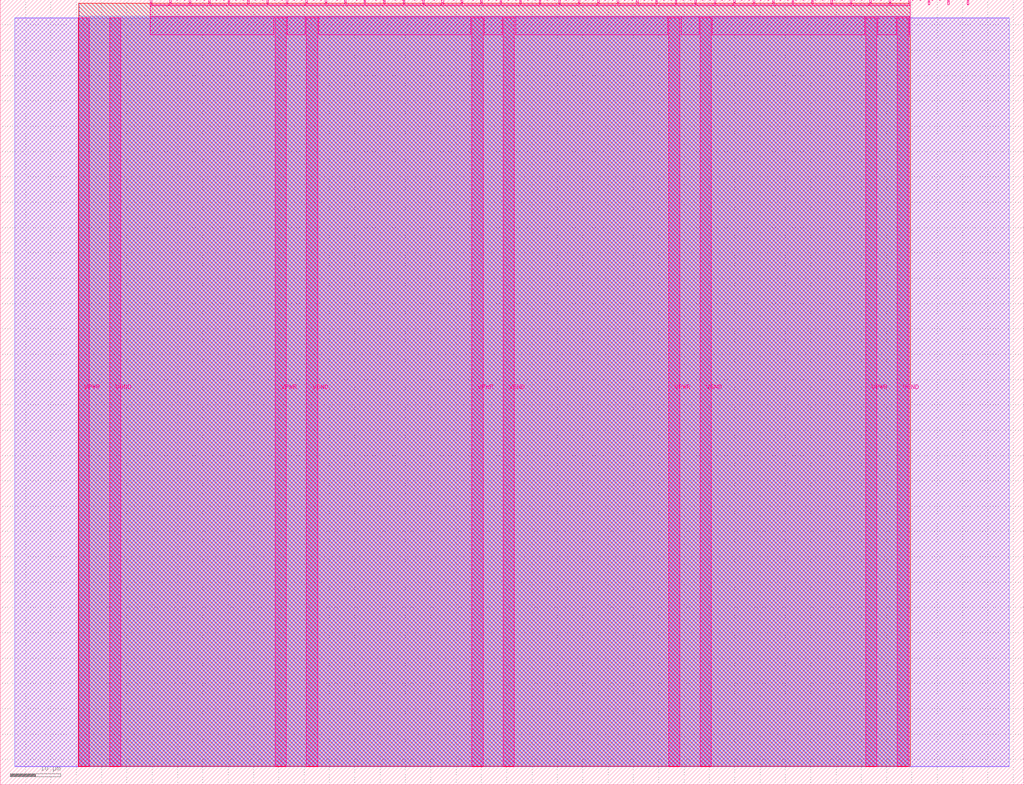
<source format=lef>
VERSION 5.7 ;
  NOWIREEXTENSIONATPIN ON ;
  DIVIDERCHAR "/" ;
  BUSBITCHARS "[]" ;
MACRO tt_um_wokwi_434917344830882817
  CLASS BLOCK ;
  FOREIGN tt_um_wokwi_434917344830882817 ;
  ORIGIN 0.000 0.000 ;
  SIZE 202.080 BY 154.980 ;
  PIN VGND
    DIRECTION INOUT ;
    USE GROUND ;
    PORT
      LAYER Metal5 ;
        RECT 21.580 3.560 23.780 151.420 ;
    END
    PORT
      LAYER Metal5 ;
        RECT 60.450 3.560 62.650 151.420 ;
    END
    PORT
      LAYER Metal5 ;
        RECT 99.320 3.560 101.520 151.420 ;
    END
    PORT
      LAYER Metal5 ;
        RECT 138.190 3.560 140.390 151.420 ;
    END
    PORT
      LAYER Metal5 ;
        RECT 177.060 3.560 179.260 151.420 ;
    END
  END VGND
  PIN VPWR
    DIRECTION INOUT ;
    USE POWER ;
    PORT
      LAYER Metal5 ;
        RECT 15.380 3.560 17.580 151.420 ;
    END
    PORT
      LAYER Metal5 ;
        RECT 54.250 3.560 56.450 151.420 ;
    END
    PORT
      LAYER Metal5 ;
        RECT 93.120 3.560 95.320 151.420 ;
    END
    PORT
      LAYER Metal5 ;
        RECT 131.990 3.560 134.190 151.420 ;
    END
    PORT
      LAYER Metal5 ;
        RECT 170.860 3.560 173.060 151.420 ;
    END
  END VPWR
  PIN clk
    DIRECTION INPUT ;
    USE SIGNAL ;
    PORT
      LAYER Metal5 ;
        RECT 187.050 153.980 187.350 154.980 ;
    END
  END clk
  PIN ena
    DIRECTION INPUT ;
    USE SIGNAL ;
    PORT
      LAYER Metal5 ;
        RECT 190.890 153.980 191.190 154.980 ;
    END
  END ena
  PIN rst_n
    DIRECTION INPUT ;
    USE SIGNAL ;
    PORT
      LAYER Metal5 ;
        RECT 183.210 153.980 183.510 154.980 ;
    END
  END rst_n
  PIN ui_in[0]
    DIRECTION INPUT ;
    USE SIGNAL ;
    ANTENNAGATEAREA 0.180700 ;
    PORT
      LAYER Metal5 ;
        RECT 179.370 153.980 179.670 154.980 ;
    END
  END ui_in[0]
  PIN ui_in[1]
    DIRECTION INPUT ;
    USE SIGNAL ;
    ANTENNAGATEAREA 0.180700 ;
    PORT
      LAYER Metal5 ;
        RECT 175.530 153.980 175.830 154.980 ;
    END
  END ui_in[1]
  PIN ui_in[2]
    DIRECTION INPUT ;
    USE SIGNAL ;
    ANTENNAGATEAREA 0.180700 ;
    PORT
      LAYER Metal5 ;
        RECT 171.690 153.980 171.990 154.980 ;
    END
  END ui_in[2]
  PIN ui_in[3]
    DIRECTION INPUT ;
    USE SIGNAL ;
    ANTENNAGATEAREA 0.180700 ;
    PORT
      LAYER Metal5 ;
        RECT 167.850 153.980 168.150 154.980 ;
    END
  END ui_in[3]
  PIN ui_in[4]
    DIRECTION INPUT ;
    USE SIGNAL ;
    ANTENNAGATEAREA 0.180700 ;
    PORT
      LAYER Metal5 ;
        RECT 164.010 153.980 164.310 154.980 ;
    END
  END ui_in[4]
  PIN ui_in[5]
    DIRECTION INPUT ;
    USE SIGNAL ;
    ANTENNAGATEAREA 0.180700 ;
    PORT
      LAYER Metal5 ;
        RECT 160.170 153.980 160.470 154.980 ;
    END
  END ui_in[5]
  PIN ui_in[6]
    DIRECTION INPUT ;
    USE SIGNAL ;
    ANTENNAGATEAREA 0.180700 ;
    PORT
      LAYER Metal5 ;
        RECT 156.330 153.980 156.630 154.980 ;
    END
  END ui_in[6]
  PIN ui_in[7]
    DIRECTION INPUT ;
    USE SIGNAL ;
    ANTENNAGATEAREA 0.180700 ;
    PORT
      LAYER Metal5 ;
        RECT 152.490 153.980 152.790 154.980 ;
    END
  END ui_in[7]
  PIN uio_in[0]
    DIRECTION INPUT ;
    USE SIGNAL ;
    PORT
      LAYER Metal5 ;
        RECT 148.650 153.980 148.950 154.980 ;
    END
  END uio_in[0]
  PIN uio_in[1]
    DIRECTION INPUT ;
    USE SIGNAL ;
    PORT
      LAYER Metal5 ;
        RECT 144.810 153.980 145.110 154.980 ;
    END
  END uio_in[1]
  PIN uio_in[2]
    DIRECTION INPUT ;
    USE SIGNAL ;
    PORT
      LAYER Metal5 ;
        RECT 140.970 153.980 141.270 154.980 ;
    END
  END uio_in[2]
  PIN uio_in[3]
    DIRECTION INPUT ;
    USE SIGNAL ;
    PORT
      LAYER Metal5 ;
        RECT 137.130 153.980 137.430 154.980 ;
    END
  END uio_in[3]
  PIN uio_in[4]
    DIRECTION INPUT ;
    USE SIGNAL ;
    PORT
      LAYER Metal5 ;
        RECT 133.290 153.980 133.590 154.980 ;
    END
  END uio_in[4]
  PIN uio_in[5]
    DIRECTION INPUT ;
    USE SIGNAL ;
    PORT
      LAYER Metal5 ;
        RECT 129.450 153.980 129.750 154.980 ;
    END
  END uio_in[5]
  PIN uio_in[6]
    DIRECTION INPUT ;
    USE SIGNAL ;
    PORT
      LAYER Metal5 ;
        RECT 125.610 153.980 125.910 154.980 ;
    END
  END uio_in[6]
  PIN uio_in[7]
    DIRECTION INPUT ;
    USE SIGNAL ;
    PORT
      LAYER Metal5 ;
        RECT 121.770 153.980 122.070 154.980 ;
    END
  END uio_in[7]
  PIN uio_oe[0]
    DIRECTION OUTPUT ;
    USE SIGNAL ;
    ANTENNADIFFAREA 0.299200 ;
    PORT
      LAYER Metal5 ;
        RECT 56.490 153.980 56.790 154.980 ;
    END
  END uio_oe[0]
  PIN uio_oe[1]
    DIRECTION OUTPUT ;
    USE SIGNAL ;
    ANTENNADIFFAREA 0.299200 ;
    PORT
      LAYER Metal5 ;
        RECT 52.650 153.980 52.950 154.980 ;
    END
  END uio_oe[1]
  PIN uio_oe[2]
    DIRECTION OUTPUT ;
    USE SIGNAL ;
    ANTENNADIFFAREA 0.299200 ;
    PORT
      LAYER Metal5 ;
        RECT 48.810 153.980 49.110 154.980 ;
    END
  END uio_oe[2]
  PIN uio_oe[3]
    DIRECTION OUTPUT ;
    USE SIGNAL ;
    ANTENNADIFFAREA 0.299200 ;
    PORT
      LAYER Metal5 ;
        RECT 44.970 153.980 45.270 154.980 ;
    END
  END uio_oe[3]
  PIN uio_oe[4]
    DIRECTION OUTPUT ;
    USE SIGNAL ;
    ANTENNADIFFAREA 0.299200 ;
    PORT
      LAYER Metal5 ;
        RECT 41.130 153.980 41.430 154.980 ;
    END
  END uio_oe[4]
  PIN uio_oe[5]
    DIRECTION OUTPUT ;
    USE SIGNAL ;
    ANTENNADIFFAREA 0.299200 ;
    PORT
      LAYER Metal5 ;
        RECT 37.290 153.980 37.590 154.980 ;
    END
  END uio_oe[5]
  PIN uio_oe[6]
    DIRECTION OUTPUT ;
    USE SIGNAL ;
    ANTENNADIFFAREA 0.299200 ;
    PORT
      LAYER Metal5 ;
        RECT 33.450 153.980 33.750 154.980 ;
    END
  END uio_oe[6]
  PIN uio_oe[7]
    DIRECTION OUTPUT ;
    USE SIGNAL ;
    ANTENNADIFFAREA 0.299200 ;
    PORT
      LAYER Metal5 ;
        RECT 29.610 153.980 29.910 154.980 ;
    END
  END uio_oe[7]
  PIN uio_out[0]
    DIRECTION OUTPUT ;
    USE SIGNAL ;
    ANTENNADIFFAREA 0.299200 ;
    PORT
      LAYER Metal5 ;
        RECT 87.210 153.980 87.510 154.980 ;
    END
  END uio_out[0]
  PIN uio_out[1]
    DIRECTION OUTPUT ;
    USE SIGNAL ;
    ANTENNADIFFAREA 0.299200 ;
    PORT
      LAYER Metal5 ;
        RECT 83.370 153.980 83.670 154.980 ;
    END
  END uio_out[1]
  PIN uio_out[2]
    DIRECTION OUTPUT ;
    USE SIGNAL ;
    ANTENNADIFFAREA 0.299200 ;
    PORT
      LAYER Metal5 ;
        RECT 79.530 153.980 79.830 154.980 ;
    END
  END uio_out[2]
  PIN uio_out[3]
    DIRECTION OUTPUT ;
    USE SIGNAL ;
    ANTENNADIFFAREA 0.299200 ;
    PORT
      LAYER Metal5 ;
        RECT 75.690 153.980 75.990 154.980 ;
    END
  END uio_out[3]
  PIN uio_out[4]
    DIRECTION OUTPUT ;
    USE SIGNAL ;
    ANTENNADIFFAREA 0.299200 ;
    PORT
      LAYER Metal5 ;
        RECT 71.850 153.980 72.150 154.980 ;
    END
  END uio_out[4]
  PIN uio_out[5]
    DIRECTION OUTPUT ;
    USE SIGNAL ;
    ANTENNADIFFAREA 0.299200 ;
    PORT
      LAYER Metal5 ;
        RECT 68.010 153.980 68.310 154.980 ;
    END
  END uio_out[5]
  PIN uio_out[6]
    DIRECTION OUTPUT ;
    USE SIGNAL ;
    ANTENNADIFFAREA 0.299200 ;
    PORT
      LAYER Metal5 ;
        RECT 64.170 153.980 64.470 154.980 ;
    END
  END uio_out[6]
  PIN uio_out[7]
    DIRECTION OUTPUT ;
    USE SIGNAL ;
    ANTENNADIFFAREA 0.299200 ;
    PORT
      LAYER Metal5 ;
        RECT 60.330 153.980 60.630 154.980 ;
    END
  END uio_out[7]
  PIN uo_out[0]
    DIRECTION OUTPUT ;
    USE SIGNAL ;
    ANTENNADIFFAREA 0.654800 ;
    PORT
      LAYER Metal5 ;
        RECT 117.930 153.980 118.230 154.980 ;
    END
  END uo_out[0]
  PIN uo_out[1]
    DIRECTION OUTPUT ;
    USE SIGNAL ;
    ANTENNADIFFAREA 0.654800 ;
    PORT
      LAYER Metal5 ;
        RECT 114.090 153.980 114.390 154.980 ;
    END
  END uo_out[1]
  PIN uo_out[2]
    DIRECTION OUTPUT ;
    USE SIGNAL ;
    ANTENNADIFFAREA 0.654800 ;
    PORT
      LAYER Metal5 ;
        RECT 110.250 153.980 110.550 154.980 ;
    END
  END uo_out[2]
  PIN uo_out[3]
    DIRECTION OUTPUT ;
    USE SIGNAL ;
    ANTENNADIFFAREA 0.654800 ;
    PORT
      LAYER Metal5 ;
        RECT 106.410 153.980 106.710 154.980 ;
    END
  END uo_out[3]
  PIN uo_out[4]
    DIRECTION OUTPUT ;
    USE SIGNAL ;
    ANTENNADIFFAREA 0.654800 ;
    PORT
      LAYER Metal5 ;
        RECT 102.570 153.980 102.870 154.980 ;
    END
  END uo_out[4]
  PIN uo_out[5]
    DIRECTION OUTPUT ;
    USE SIGNAL ;
    ANTENNADIFFAREA 0.654800 ;
    PORT
      LAYER Metal5 ;
        RECT 98.730 153.980 99.030 154.980 ;
    END
  END uo_out[5]
  PIN uo_out[6]
    DIRECTION OUTPUT ;
    USE SIGNAL ;
    ANTENNADIFFAREA 0.654800 ;
    PORT
      LAYER Metal5 ;
        RECT 94.890 153.980 95.190 154.980 ;
    END
  END uo_out[6]
  PIN uo_out[7]
    DIRECTION OUTPUT ;
    USE SIGNAL ;
    ANTENNADIFFAREA 0.654800 ;
    PORT
      LAYER Metal5 ;
        RECT 91.050 153.980 91.350 154.980 ;
    END
  END uo_out[7]
  OBS
      LAYER GatPoly ;
        RECT 2.880 3.630 199.200 151.350 ;
      LAYER Metal1 ;
        RECT 2.880 3.560 199.200 151.420 ;
      LAYER Metal2 ;
        RECT 15.515 3.680 179.665 151.720 ;
      LAYER Metal3 ;
        RECT 15.560 3.635 179.620 154.285 ;
      LAYER Metal4 ;
        RECT 15.515 3.680 179.665 154.240 ;
      LAYER Metal5 ;
        RECT 30.120 153.770 33.240 153.980 ;
        RECT 33.960 153.770 37.080 153.980 ;
        RECT 37.800 153.770 40.920 153.980 ;
        RECT 41.640 153.770 44.760 153.980 ;
        RECT 45.480 153.770 48.600 153.980 ;
        RECT 49.320 153.770 52.440 153.980 ;
        RECT 53.160 153.770 56.280 153.980 ;
        RECT 57.000 153.770 60.120 153.980 ;
        RECT 60.840 153.770 63.960 153.980 ;
        RECT 64.680 153.770 67.800 153.980 ;
        RECT 68.520 153.770 71.640 153.980 ;
        RECT 72.360 153.770 75.480 153.980 ;
        RECT 76.200 153.770 79.320 153.980 ;
        RECT 80.040 153.770 83.160 153.980 ;
        RECT 83.880 153.770 87.000 153.980 ;
        RECT 87.720 153.770 90.840 153.980 ;
        RECT 91.560 153.770 94.680 153.980 ;
        RECT 95.400 153.770 98.520 153.980 ;
        RECT 99.240 153.770 102.360 153.980 ;
        RECT 103.080 153.770 106.200 153.980 ;
        RECT 106.920 153.770 110.040 153.980 ;
        RECT 110.760 153.770 113.880 153.980 ;
        RECT 114.600 153.770 117.720 153.980 ;
        RECT 118.440 153.770 121.560 153.980 ;
        RECT 122.280 153.770 125.400 153.980 ;
        RECT 126.120 153.770 129.240 153.980 ;
        RECT 129.960 153.770 133.080 153.980 ;
        RECT 133.800 153.770 136.920 153.980 ;
        RECT 137.640 153.770 140.760 153.980 ;
        RECT 141.480 153.770 144.600 153.980 ;
        RECT 145.320 153.770 148.440 153.980 ;
        RECT 149.160 153.770 152.280 153.980 ;
        RECT 153.000 153.770 156.120 153.980 ;
        RECT 156.840 153.770 159.960 153.980 ;
        RECT 160.680 153.770 163.800 153.980 ;
        RECT 164.520 153.770 167.640 153.980 ;
        RECT 168.360 153.770 171.480 153.980 ;
        RECT 172.200 153.770 175.320 153.980 ;
        RECT 176.040 153.770 179.160 153.980 ;
        RECT 29.660 151.630 179.620 153.770 ;
        RECT 29.660 148.115 54.040 151.630 ;
        RECT 56.660 148.115 60.240 151.630 ;
        RECT 62.860 148.115 92.910 151.630 ;
        RECT 95.530 148.115 99.110 151.630 ;
        RECT 101.730 148.115 131.780 151.630 ;
        RECT 134.400 148.115 137.980 151.630 ;
        RECT 140.600 148.115 170.650 151.630 ;
        RECT 173.270 148.115 176.850 151.630 ;
        RECT 179.470 148.115 179.620 151.630 ;
  END
END tt_um_wokwi_434917344830882817
END LIBRARY


</source>
